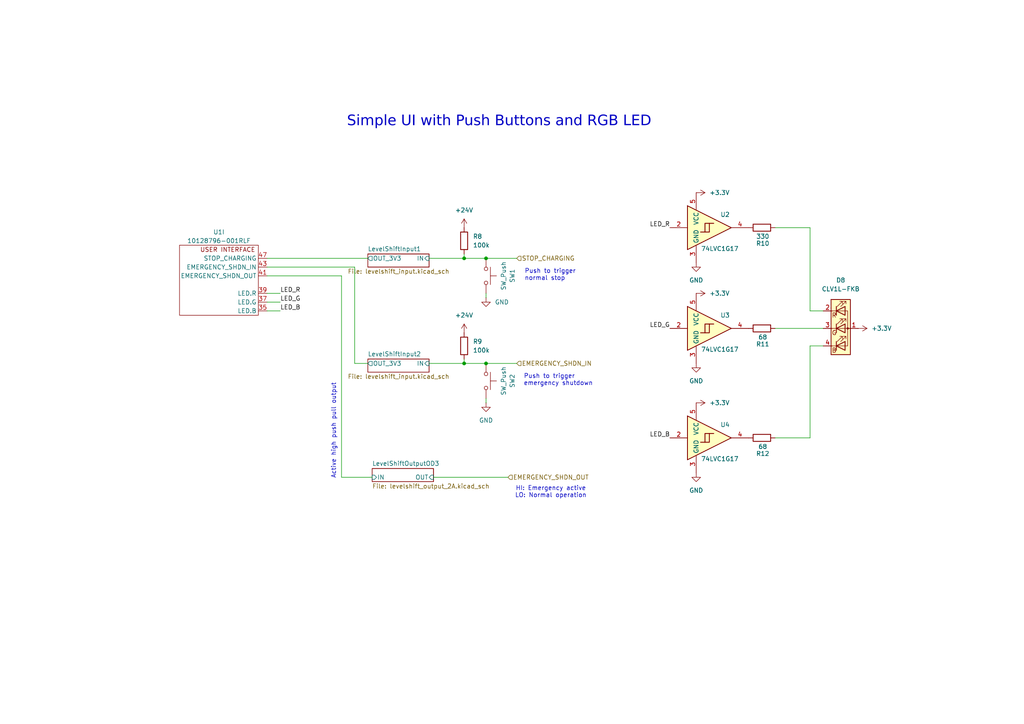
<source format=kicad_sch>
(kicad_sch (version 20250114) (generator "eeschema") (generator_version "9.0")
  (paper "A4")
  (title_block (title "ChargeBridge Eval Board") (date "2025-07-15") (rev "1.1") (company "Pionix GmbH") (comment 1 "Cornelius Claussen / Jonas Rockstroh") (comment 2 "License: CERN-OHL-P"))
  (lib_symbols
    (symbol "cb-eval-lib:74LVC1G17"
      (property "Reference" "U" (at 0 3.81 0))
      (property "Value" "74LVC1G17" (at 0 -3.81 0))
      (symbol "74LVC1G17_0_1"
        (polyline (pts (xy -7.62 6.35) (xy -7.62 -6.35) (xy 5.08 0) (xy -7.62 6.35)) (stroke (width 0.254)) (fill (type background)))
        (polyline (pts (xy -3.81 -1.27) (xy -2.54 -1.27) (xy -2.54 1.27) (xy -1.27 1.27)) (stroke (width 0.254)) (fill (type background)))
        (polyline (pts (xy -2.54 -1.27) (xy -1.27 -1.27) (xy -1.27 1.27) (xy 0 1.27)) (stroke (width 0.254)) (fill (type background)))
      )
      (symbol "74LVC1G17_1_1"
        (pin input line (at -12.7 0 0) (length 5.08) (name "~") (number "2"))
        (pin no_connect line (at -7.62 5.08 180) (length 5.08) (hide yes) (name "NC") (number "1"))
        (pin power_in line (at -5.08 10.16 270) (length 5.08) (name "VCC") (number "5"))
        (pin power_in line (at -5.08 -10.16 90) (length 5.08) (name "GND") (number "3"))
        (pin output line (at 10.16 0 180) (length 5.08) (name "~") (number "4"))
      )
    )
    (symbol "cb-eval-lib:CLV1L-FKB" (pin_names (offset 0) (hide yes))
      (property "Reference" "D" (at 0 9.398 0))
      (property "Value" "CLV1L-FKB" (at 0 -8.89 0))
      (symbol "CLV1L-FKB_0_0"
        (text "R" (at -1.905 3.81 0) (effects (font (size 1.27 1.27))))
        (text "G" (at -1.905 -1.27 0) (effects (font (size 1.27 1.27))))
        (text "B" (at -1.905 -6.35 0) (effects (font (size 1.27 1.27))))
      )
      (symbol "CLV1L-FKB_0_1"
        (polyline (pts (xy -2.54 -5.08) (xy 1.27 -5.08)))
        (polyline (pts (xy -1.27 6.35) (xy -1.27 3.81)) (stroke (width 0.254)))
        (polyline (pts (xy -1.27 1.27) (xy -1.27 -1.27)) (stroke (width 0.254)))
        (polyline (pts (xy -1.27 -3.81) (xy -1.27 -6.35)) (stroke (width 0.254)))
        (polyline (pts (xy -1.016 6.35) (xy 0.508 7.874) (xy -0.254 7.874) (xy 0.508 7.874) (xy 0.508 7.112)))
        (polyline (pts (xy -1.016 1.27) (xy 0.508 2.794) (xy -0.254 2.794) (xy 0.508 2.794) (xy 0.508 2.032)))
        (polyline (pts (xy -1.016 -3.81) (xy 0.508 -2.286) (xy -0.254 -2.286) (xy 0.508 -2.286) (xy 0.508 -3.048)))
        (polyline (pts (xy 0 6.35) (xy 1.524 7.874) (xy 0.762 7.874) (xy 1.524 7.874) (xy 1.524 7.112)))
        (polyline (pts (xy 0 1.27) (xy 1.524 2.794) (xy 0.762 2.794) (xy 1.524 2.794) (xy 1.524 2.032)))
        (polyline (pts (xy 0 -3.81) (xy 1.524 -2.286) (xy 0.762 -2.286) (xy 1.524 -2.286) (xy 1.524 -3.048)))
        (polyline (pts (xy 1.27 6.35) (xy 1.27 3.81) (xy -1.27 5.08) (xy 1.27 6.35)) (stroke (width 0.254)))
        (rectangle (start 1.27 6.35) (end 1.27 6.35))
        (polyline (pts (xy 1.27 5.08) (xy -2.54 5.08)))
        (polyline (pts (xy 1.27 1.27) (xy 1.27 -1.27) (xy -1.27 0) (xy 1.27 1.27)) (stroke (width 0.254)))
        (polyline (pts (xy 1.27 -3.81) (xy 1.27 -6.35) (xy -1.27 -5.08) (xy 1.27 -3.81)) (stroke (width 0.254)))
        (polyline (pts (xy 1.27 -5.08) (xy 2.032 -5.08) (xy 2.032 5.08) (xy 1.27 5.08)))
        (circle (center 2.032 0) (radius 0.254) (fill (type outline)))
        (polyline (pts (xy 2.54 0) (xy -2.54 0)))
        (rectangle (start 2.794 8.382) (end -2.794 -7.62) (stroke (width 0.254)) (fill (type background)))
      )
      (symbol "CLV1L-FKB_1_1"
        (pin passive line (at -5.08 5.08 0) (length 2.54) (name "RK") (number "2"))
        (pin passive line (at -5.08 0 0) (length 2.54) (name "GK") (number "3"))
        (pin passive line (at -5.08 -5.08 0) (length 2.54) (name "BK") (number "4"))
        (pin passive line (at 5.08 0 180) (length 2.54) (name "A") (number "1"))
      )
    )
    (symbol "cb-eval-lib:Pionix-SOM"
      (property "Reference" "U" (at -6.858 -14.732 0))
      (symbol "Pionix-SOM_1_1"
        (rectangle (start -10.16 10.795) (end 7.62 -10.16))
        (text "Charging Cable" (at -2.032 8.89 0) (effects (font (size 1.27 1.27))))
        (pin passive line (at 10.16 6.35 180) (length 2.54) (name "CONNECTOR.PIN0") (number "74"))
        (pin passive line (at 10.16 3.81 180) (length 2.54) (name "CONNECTOR.PIN1") (number "72"))
        (pin passive line (at 10.16 1.27 180) (length 2.54) (name "CONNECTOR.PIN2") (number "70"))
        (pin passive line (at 10.16 -1.27 180) (length 2.54) (name "CONNECTOR.PIN3") (number "68"))
        (pin passive line (at 10.16 -3.81 180) (length 2.54) (name "CONNECTOR.PIN4") (number "66"))
        (pin passive line (at 10.16 -6.35 180) (length 2.54) (name "CONNECTOR.PIN5") (number "62"))
        (pin passive line (at 10.16 -8.89 180) (length 2.54) (name "CONNECTOR.RSVD") (number "60"))
      )
      (symbol "Pionix-SOM_2_1"
        (rectangle (start -10.16 7.62) (end 13.97 -6.35))
        (pin power_in line (at -7.62 -8.89 90) (length 2.54) (name "GND") (number "6"))
        (pin power_in line (at -5.08 10.16 270) (length 2.54) (name "VDD3v3") (number "11"))
        (pin power_in line (at -5.08 -8.89 90) (length 2.54) (name "GND") (number "24"))
        (pin power_in line (at -2.54 10.16 270) (length 2.54) (name "VDD3v3") (number "40"))
        (pin power_in line (at -2.54 -8.89 90) (length 2.54) (name "GND") (number "34"))
        (pin power_in line (at 0 10.16 270) (length 2.54) (name "VDD3v3") (number "46"))
        (pin power_in line (at 0 -8.89 90) (length 2.54) (name "GND") (number "50"))
        (pin power_in line (at 2.54 10.16 270) (length 2.54) (name "VDD3v3") (number "48"))
        (pin power_in line (at 2.54 -8.89 90) (length 2.54) (name "GND") (number "52"))
        (pin power_in line (at 5.08 10.16 270) (length 2.54) (name "VDD3v3") (number "61"))
        (pin power_in line (at 5.08 -8.89 90) (length 2.54) (name "GND") (number "64"))
        (pin power_in line (at 7.62 -8.89 90) (length 2.54) (name "GND") (number "75"))
        (pin passive line (at 10.16 -10.16 90) (length 3.81) (name "SH1") (number "SH1"))
        (pin passive line (at 12.7 -10.16 90) (length 3.81) (name "SH2") (number "SH2"))
      )
      (symbol "Pionix-SOM_3_1"
        (rectangle (start 6.35 11.43) (end -6.35 -11.43))
        (pin bidirectional line (at 8.89 10.16 180) (length 2.54) (name "USER_GPIO0") (number "59"))
        (pin bidirectional line (at 8.89 7.62 180) (length 2.54) (name "USER_GPIO1") (number "57"))
        (pin bidirectional line (at 8.89 5.08 180) (length 2.54) (name "USER_GPIO2") (number "55"))
        (pin bidirectional line (at 8.89 2.54 180) (length 2.54) (name "USER_GPIO3") (number "53"))
        (pin bidirectional line (at 8.89 0 180) (length 2.54) (name "USER_GPIO4") (number "49"))
        (pin bidirectional line (at 8.89 -2.54 180) (length 2.54) (name "USER_GPIO5") (number "51"))
        (pin bidirectional line (at 8.89 -5.08 180) (length 2.54) (name "USER_GPIO6") (number "58"))
        (pin bidirectional line (at 8.89 -7.62 180) (length 2.54) (name "USER_GPIO7") (number "56"))
        (pin bidirectional line (at 8.89 -10.16 180) (length 2.54) (name "USER_GPIO8") (number "54"))
      )
      (symbol "Pionix-SOM_4_1"
        (rectangle (start -6.35 8.89) (end 6.35 -9.525))
        (text "ADC" (at -3.556 7.366 0) (effects (font (size 1.27 1.27))))
        (pin input line (at 8.89 3.81 180) (length 2.54) (name "EXT_ADC0_P") (number "67"))
        (pin input line (at 8.89 1.27 180) (length 2.54) (name "EXT_ADC0_N") (number "69"))
        (pin input line (at 8.89 -2.54 180) (length 2.54) (name "EXT_ADC1") (number "71"))
        (pin input line (at 8.89 -5.08 180) (length 2.54) (name "EXT_ADC2") (number "44"))
        (pin input line (at 8.89 -7.62 180) (length 2.54) (name "EXT_ADC3") (number "73"))
      )
      (symbol "Pionix-SOM_5_1"
        (rectangle (start -10.795 8.89) (end 7.62 -8.255))
        (pin input line (at 10.16 7.62 180) (length 2.54) (name "RESET") (number "42"))
        (pin passive line (at 10.16 5.08 180) (length 2.54) (name "RESERVED/SWCLK") (number "1"))
        (pin passive line (at 10.16 2.54 180) (length 2.54) (name "RESERVED/SWDIO") (number "5"))
        (pin output line (at 10.16 0 180) (length 2.54) (name "UART2_TX") (number "63"))
        (pin input line (at 10.16 -2.54 180) (length 2.54) (name "UART2_RX") (number "65"))
        (pin input line (at 10.16 -6.35 180) (length 2.54) (name "SECURE_MODULE") (number "30"))
      )
      (symbol "Pionix-SOM_6_1"
        (rectangle (start -10.16 13.97) (end 6.35 -14.605))
        (text "Host interface" (at -1.27 12.446 0) (effects (font (size 1.27 1.27))))
        (pin passive line (at 8.89 9.525 180) (length 2.54) (name "USB.D+") (number "7"))
        (pin passive line (at 8.89 6.985 180) (length 2.54) (name "USB.D-") (number "9"))
        (pin passive line (at 8.89 1.905 180) (length 2.54) (name "ETH.RXP") (number "28"))
        (pin passive line (at 8.89 -0.635 180) (length 2.54) (name "ETH.RXN") (number "26"))
        (pin passive line (at 8.89 -4.445 180) (length 2.54) (name "ETH.TXP") (number "22"))
        (pin passive line (at 8.89 -6.985 180) (length 2.54) (name "ETH.TXN") (number "20"))
        (pin output line (at 8.89 -10.795 180) (length 2.54) (name "ETH.LED1") (number "32"))
      )
      (symbol "Pionix-SOM_7_1"
        (rectangle (start -11.43 19.05) (end 10.16 -14.605))
        (text "Downstream Comms" (at -0.508 17.526 0) (effects (font (size 1.27 1.27))))
        (pin bidirectional line (at 12.7 13.97 180) (length 2.54) (name "I3C.SDA") (number "8"))
        (pin output line (at 12.7 11.43 180) (length 2.54) (name "I3C.SCL") (number "10"))
        (pin input line (at 12.7 7.62 180) (length 2.54) (name "RS585_2_RX") (number "33"))
        (pin output line (at 12.7 5.08 180) (length 2.54) (name "RS585_2_TX") (number "31"))
        (pin output line (at 12.7 2.54 180) (length 2.54) (name "RS485_2_TXEN") (number "45"))
        (pin bidirectional line (at 12.7 -2.54 180) (length 2.54) (name "CAN.HI") (number "4"))
        (pin bidirectional line (at 12.7 -5.08 180) (length 2.54) (name "CAN.LO") (number "2"))
        (pin bidirectional line (at 12.7 -10.16 180) (length 2.54) (name "RS485.A") (number "36"))
        (pin bidirectional line (at 12.7 -12.7 180) (length 2.54) (name "RS485.B") (number "38"))
      )
      (symbol "Pionix-SOM_8_1"
        (rectangle (start -10.16 12.7) (end 8.89 -10.795))
        (text "Relays control" (at 0 11.43 0) (effects (font (size 1.27 1.27))))
        (pin output line (at 11.43 8.89 180) (length 2.54) (name "RELAY3") (number "3"))
        (pin input line (at 11.43 6.35 180) (length 2.54) (name "RELAY3_FB") (number "25"))
        (pin output line (at 11.43 1.27 180) (length 2.54) (name "RELAY2") (number "27"))
        (pin input line (at 11.43 -1.27 180) (length 2.54) (name "RELAY2_FB") (number "21"))
        (pin output line (at 11.43 -6.35 180) (length 2.54) (name "RELAY1") (number "29"))
        (pin input line (at 11.43 -8.89 180) (length 2.54) (name "RELAY1_FB") (number "23"))
      )
      (symbol "Pionix-SOM_9_1"
        (rectangle (start 10.16 11.43) (end -12.7 -8.89))
        (text "USER INTERFACE" (at 1.27 10.16 0) (effects (font (size 1.27 1.27))))
        (pin input line (at 12.7 7.62 180) (length 2.54) (name "STOP_CHARGING") (number "47"))
        (pin input line (at 12.7 5.08 180) (length 2.54) (name "EMERGENCY_SHDN_IN") (number "43"))
        (pin output line (at 12.7 2.54 180) (length 2.54) (name "EMERGENCY_SHDN_OUT") (number "41"))
        (pin output line (at 12.7 -2.54 180) (length 2.54) (name "LED.R") (number "39"))
        (pin output line (at 12.7 -5.08 180) (length 2.54) (name "LED.G") (number "37"))
        (pin output line (at 12.7 -7.62 180) (length 2.54) (name "LED.B") (number "35"))
      )
    )
    (symbol "cb-eval-lib:R" (pin_numbers (hide yes)) (pin_names (offset 0))
      (property "Reference" "R" (at 2.032 0 90))
      (property "Value" "R" (at 0 0 90))
      (symbol "R_0_1"
        (rectangle (start -1.016 -2.54) (end 1.016 2.54) (stroke (width 0.254)))
      )
      (symbol "R_1_1"
        (pin passive line (at 0 3.81 270) (length 1.27) (name "~") (number "1"))
        (pin passive line (at 0 -3.81 90) (length 1.27) (name "~") (number "2"))
      )
    )
    (symbol "cb-eval-lib:SW_Push" (pin_numbers (hide yes)) (pin_names (offset 1.016) (hide yes))
      (property "Reference" "SW" (at 1.27 2.54 0))
      (property "Value" "SW_Push" (at 0 -1.524 0))
      (symbol "SW_Push_0_1"
        (circle (center -2.032 0) (radius 0.508))
        (polyline (pts (xy 0 1.27) (xy 0 3.048)))
        (circle (center 2.032 0) (radius 0.508))
        (polyline (pts (xy 2.54 1.27) (xy -2.54 1.27)))
        (pin passive line (at -5.08 0 0) (length 2.54) (name "1") (number "1"))
        (pin passive line (at 5.08 0 180) (length 2.54) (name "2") (number "2"))
      )
    )
    (symbol "power:+24V" (power) (pin_numbers (hide yes)) (pin_names (offset 0) (hide yes))
      (property "Value" "+24V" (at 0 3.556 0))
      (symbol "+24V_0_1"
        (polyline (pts (xy -0.762 1.27) (xy 0 2.54)))
        (polyline (pts (xy 0 2.54) (xy 0.762 1.27)))
        (polyline (pts (xy 0 0) (xy 0 2.54)))
      )
      (symbol "+24V_1_1"
        (pin power_in line (at 0 0 90) (length 0) (name "~") (number "1"))
      )
    )
    (symbol "power:+3.3V" (power) (pin_numbers (hide yes)) (pin_names (offset 0) (hide yes))
      (property "Value" "+3.3V" (at 0 3.556 0))
      (symbol "+3.3V_0_1"
        (polyline (pts (xy -0.762 1.27) (xy 0 2.54)))
        (polyline (pts (xy 0 2.54) (xy 0.762 1.27)))
        (polyline (pts (xy 0 0) (xy 0 2.54)))
      )
      (symbol "+3.3V_1_1"
        (pin power_in line (at 0 0 90) (length 0) (name "~") (number "1"))
      )
    )
    (symbol "power:GND" (power) (pin_numbers (hide yes)) (pin_names (offset 0) (hide yes))
      (property "Value" "GND" (at 0 -3.81 0))
      (symbol "GND_0_1"
        (polyline (pts (xy 0 0) (xy 0 -1.27) (xy 1.27 -1.27) (xy 0 -2.54) (xy -1.27 -1.27) (xy 0 -1.27)))
      )
      (symbol "GND_1_1"
        (pin power_in line (at 0 0 270) (length 0) (name "~") (number "1"))
      )
    )
  )
  (text "Active high push pull output" (at 96.774 124.968 90) (effects (font (size 1.27 1.27))))
  (text "HI: Emergency active\nLO: Normal operation" (at 159.766 142.748 0) (effects (font (size 1.27 1.27))))
  (text "Simple UI with Push Buttons and RGB LED" (at 144.78 36.068 0) (effects (font (size 3 3))))
  (text "Push to trigger\nemergency shutdown" (at 151.892 110.236 0) (effects (font (size 1.27 1.27)) (justify left)))
  (text "Push to trigger\nnormal stop" (at 152.146 79.756 0) (effects (font (size 1.27 1.27)) (justify left)))
  (junction (at 140.97 74.93))
  (junction (at 134.62 105.41))
  (junction (at 140.97 105.41))
  (junction (at 134.62 74.93))
  (wire (pts (xy 134.62 73.66) (xy 134.62 74.93)))
  (wire (pts (xy 102.87 105.41) (xy 106.68 105.41)))
  (wire (pts (xy 81.28 85.09) (xy 77.47 85.09)))
  (wire (pts (xy 77.47 80.01) (xy 99.06 80.01)))
  (wire (pts (xy 102.87 77.47) (xy 102.87 105.41)))
  (wire (pts (xy 224.79 95.25) (xy 238.76 95.25)))
  (wire (pts (xy 77.47 74.93) (xy 106.68 74.93)))
  (wire (pts (xy 134.62 105.41) (xy 140.97 105.41)))
  (wire (pts (xy 124.46 105.41) (xy 134.62 105.41)))
  (wire (pts (xy 224.79 66.04) (xy 234.95 66.04)))
  (wire (pts (xy 99.06 138.43) (xy 107.95 138.43)))
  (wire (pts (xy 224.79 127) (xy 234.95 127)))
  (wire (pts (xy 149.86 105.41) (xy 140.97 105.41)))
  (wire (pts (xy 140.97 74.93) (xy 149.86 74.93)))
  (wire (pts (xy 234.95 66.04) (xy 234.95 90.17)))
  (wire (pts (xy 77.47 77.47) (xy 102.87 77.47)))
  (wire (pts (xy 234.95 100.33) (xy 238.76 100.33)))
  (wire (pts (xy 81.28 87.63) (xy 77.47 87.63)))
  (wire (pts (xy 134.62 74.93) (xy 140.97 74.93)))
  (wire (pts (xy 99.06 80.01) (xy 99.06 138.43)))
  (wire (pts (xy 124.46 74.93) (xy 134.62 74.93)))
  (wire (pts (xy 134.62 104.14) (xy 134.62 105.41)))
  (wire (pts (xy 234.95 127) (xy 234.95 100.33)))
  (wire (pts (xy 81.28 90.17) (xy 77.47 90.17)))
  (wire (pts (xy 234.95 90.17) (xy 238.76 90.17)))
  (wire (pts (xy 140.97 85.09) (xy 140.97 86.36)))
  (wire (pts (xy 140.97 115.57) (xy 140.97 116.84)))
  (wire (pts (xy 125.73 138.43) (xy 147.32 138.43)))
  (label "LED_G" (at 81.28 87.63 0))
  (label "LED_G" (at 194.31 95.25 180))
  (label "LED_B" (at 194.31 127 180))
  (label "LED_R" (at 81.28 85.09 0))
  (label "LED_B" (at 81.28 90.17 0))
  (label "LED_R" (at 194.31 66.04 180))
  (hierarchical_label "EMERGENCY_SHDN_OUT" (shape input) (at 147.32 138.43 0))
  (hierarchical_label "EMERGENCY_SHDN_IN" (shape input) (at 149.86 105.41 0))
  (hierarchical_label "STOP_CHARGING" (shape input) (at 149.86 74.93 0))
  (symbol (lib_id "power:GND") (at 201.93 105.41 0) (unit 1)
    (property "Reference" "#PWR020" (effects (hide yes)))
    (property "Value" "GND" (at 201.93 110.49 0))
    (property "Description" "Power symbol creates a global label with name \"GND\" , ground" (effects (hide yes)))
  )
  (symbol (lib_id "power:GND") (at 140.97 86.36 0) (unit 1)
    (property "Reference" "#PWR015" (effects (hide yes)))
    (property "Value" "GND" (at 143.51 87.6299 0) (effects (justify left)))
    (property "Description" "Power symbol creates a global label with name \"GND\" , ground" (effects (hide yes)))
  )
  (symbol (lib_id "cb-eval-lib:74LVC1G17") (at 207.01 127 0) (unit 1)
    (property "Reference" "U4" (at 210.312 123.19 0))
    (property "Value" "74LVC1G17" (at 208.788 133.096 0))
    (property "Footprint" "Package_TO_SOT_SMD:SOT-353_SC-70-5" (effects (hide yes)))
    (property "Datasheet" "https://www.ti.com/lit/ds/symlink/sn74lvc1g17.pdf" (effects (hide yes)))
    (property "Description" "Single Schmitt Buffer Gate, Low-Voltage CMOS" (effects (hide yes)))
    (property "MPN" "SN74LVC1G17DCKR" (effects (hide yes)))
    (property "Manufacturer" "Texas Instruments" (effects (hide yes)))
    (property "Digikey" "296-11934-1-ND" (effects (hide yes)))
  )
  (symbol (lib_id "cb-eval-lib:CLV1L-FKB") (at 243.84 95.25 0) (unit 1)
    (property "Reference" "D8" (at 243.84 81.28 0))
    (property "Value" "CLV1L-FKB" (at 243.84 83.82 0))
    (property "Footprint" "cb-eval-lib:LED_Cree-PLCC4_3.2x2.8mm_CCW" (effects (hide yes)))
    (property "Datasheet" "http://www.cree.com/led-components/media/documents/CLV1L-FKB-1238.pdf" (effects (hide yes)))
    (property "Description" "Cree PLCC4 3 in 1 SMD LED" (effects (hide yes)))
    (property "Digikey" "90-CLV1L-FKB-CJQRNQEFGBB79353CT-ND" (effects (hide yes)))
    (property "MPN" "CLV1L-FKB-CJQRNQEFGBB79353" (effects (hide yes)))
    (property "Manufacturer" "Cree LED" (effects (hide yes)))
  )
  (symbol (lib_id "cb-eval-lib:R") (at 220.98 95.25 270) (unit 1)
    (property "Reference" "R11" (at 221.234 99.822 90))
    (property "Value" "68" (at 221.234 97.79 90))
    (property "Footprint" "Resistor_SMD:R_0603_1608Metric" (effects (hide yes)))
    (property "Description" "Resistor" (effects (hide yes)))
    (property "Digikey" "RMCF0603FT68R0CT-ND" (effects (hide yes)))
    (property "MPN" "RMCF0603FT68R0" (effects (hide yes)))
    (property "Manufacturer" "Stackpole Electronics Inc" (effects (hide yes)))
  )
  (symbol (lib_id "power:+24V") (at 134.62 96.52 0) (unit 1)
    (property "Reference" "#PWR014" (effects (hide yes)))
    (property "Value" "+24V" (at 134.62 91.44 0))
    (property "Description" "Power symbol creates a global label with name \"+24V\"" (effects (hide yes)))
  )
  (symbol (lib_id "cb-eval-lib:R") (at 220.98 127 270) (unit 1)
    (property "Reference" "R12" (at 221.234 131.572 90))
    (property "Value" "68" (at 221.234 129.54 90))
    (property "Footprint" "Resistor_SMD:R_0603_1608Metric" (effects (hide yes)))
    (property "Description" "Resistor" (effects (hide yes)))
    (property "Digikey" "RMCF0603FT68R0CT-ND" (effects (hide yes)))
    (property "MPN" "RMCF0603FT68R0" (effects (hide yes)))
    (property "Manufacturer" "Stackpole Electronics Inc" (effects (hide yes)))
  )
  (symbol (lib_id "power:GND") (at 140.97 116.84 0) (unit 1)
    (property "Reference" "#PWR016" (effects (hide yes)))
    (property "Value" "GND" (at 140.97 121.92 0))
    (property "Description" "Power symbol creates a global label with name \"GND\" , ground" (effects (hide yes)))
  )
  (symbol (lib_id "power:+3.3V") (at 201.93 116.84 270) (unit 1)
    (property "Reference" "#PWR021" (effects (hide yes)))
    (property "Value" "+3.3V" (at 205.74 116.8399 90) (effects (justify left)))
    (property "Description" "Power symbol creates a global label with name \"+3.3V\"" (effects (hide yes)))
  )
  (symbol (lib_id "cb-eval-lib:R") (at 220.98 66.04 270) (unit 1)
    (property "Reference" "R10" (at 221.234 70.612 90))
    (property "Value" "330" (at 221.234 68.58 90))
    (property "Footprint" "Resistor_SMD:R_0603_1608Metric" (effects (hide yes)))
    (property "Description" "Resistor" (effects (hide yes)))
    (property "Digikey" "RMCF0603FT330RCT-ND" (effects (hide yes)))
    (property "MPN" "RMCF0603FT330R" (effects (hide yes)))
    (property "Manufacturer" "Stackpole Electronics Inc" (effects (hide yes)))
  )
  (symbol (lib_id "power:+24V") (at 134.62 66.04 0) (unit 1)
    (property "Reference" "#PWR013" (effects (hide yes)))
    (property "Value" "+24V" (at 134.62 60.96 0))
    (property "Description" "Power symbol creates a global label with name \"+24V\"" (effects (hide yes)))
  )
  (symbol (lib_id "power:+3.3V") (at 201.93 85.09 270) (unit 1)
    (property "Reference" "#PWR019" (effects (hide yes)))
    (property "Value" "+3.3V" (at 205.74 85.0899 90) (effects (justify left)))
    (property "Description" "Power symbol creates a global label with name \"+3.3V\"" (effects (hide yes)))
  )
  (symbol (lib_id "cb-eval-lib:R") (at 134.62 69.85 0) (unit 1)
    (property "Reference" "R8" (at 137.16 68.5799 0) (effects (justify left)))
    (property "Value" "100k" (at 137.16 71.1199 0) (effects (justify left)))
    (property "Footprint" "Resistor_SMD:R_0603_1608Metric" (effects (hide yes)))
    (property "Description" "Resistor" (effects (hide yes)))
    (property "Digikey" "RMCF0603FT100KCT-ND" (effects (hide yes)))
    (property "MPN" "RMCF0603FT100K" (effects (hide yes)))
    (property "Manufacturer" "Stackpole Electronics Inc" (effects (hide yes)))
  )
  (symbol (lib_id "cb-eval-lib:Pionix-SOM") (at 64.77 82.55 0) (unit 9)
    (property "Reference" "U1" (at 63.5 67.31 0))
    (property "Value" "10128796-001RLF" (at 63.5 69.85 0))
    (property "Footprint" "cb-eval-lib:AMPHENOL_10128796-001RLF_ChargeBridge_Wurth_standoff" (effects (hide yes)))
    (property "Description" "Pionix Charging SOM" (effects (hide yes)))
    (property "MPN" "10128796-001RLF" (effects (hide yes)))
    (property "Manufacturer" "Amphenol ICC (FCI)" (effects (hide yes)))
  )
  (symbol (lib_id "cb-eval-lib:74LVC1G17") (at 207.01 95.25 0) (unit 1)
    (property "Reference" "U3" (at 210.312 91.44 0))
    (property "Value" "74LVC1G17" (at 208.788 101.346 0))
    (property "Footprint" "Package_TO_SOT_SMD:SOT-353_SC-70-5" (effects (hide yes)))
    (property "Datasheet" "https://www.ti.com/lit/ds/symlink/sn74lvc1g17.pdf" (effects (hide yes)))
    (property "Description" "Single Schmitt Buffer Gate, Low-Voltage CMOS" (effects (hide yes)))
    (property "MPN" "SN74LVC1G17DCKR" (effects (hide yes)))
    (property "Manufacturer" "Texas Instruments" (effects (hide yes)))
    (property "Digikey" "296-11934-1-ND" (effects (hide yes)))
  )
  (symbol (lib_id "cb-eval-lib:74LVC1G17") (at 207.01 66.04 0) (unit 1)
    (property "Reference" "U2" (at 210.312 62.23 0))
    (property "Value" "74LVC1G17" (at 208.788 72.136 0))
    (property "Footprint" "Package_TO_SOT_SMD:SOT-353_SC-70-5" (effects (hide yes)))
    (property "Datasheet" "https://www.ti.com/lit/ds/symlink/sn74lvc1g17.pdf" (effects (hide yes)))
    (property "Description" "Single Schmitt Buffer Gate, Low-Voltage CMOS" (effects (hide yes)))
    (property "MPN" "SN74LVC1G17DCKR" (effects (hide yes)))
    (property "Manufacturer" "Texas Instruments" (effects (hide yes)))
    (property "Digikey" "296-11934-1-ND" (effects (hide yes)))
  )
  (symbol (lib_id "power:GND") (at 201.93 137.16 0) (unit 1)
    (property "Reference" "#PWR022" (effects (hide yes)))
    (property "Value" "GND" (at 201.93 142.24 0))
    (property "Description" "Power symbol creates a global label with name \"GND\" , ground" (effects (hide yes)))
  )
  (symbol (lib_id "power:+3.3V") (at 201.93 55.88 270) (unit 1)
    (property "Reference" "#PWR017" (effects (hide yes)))
    (property "Value" "+3.3V" (at 205.74 55.8799 90) (effects (justify left)))
    (property "Description" "Power symbol creates a global label with name \"+3.3V\"" (effects (hide yes)))
  )
  (symbol (lib_id "cb-eval-lib:SW_Push") (at 140.97 80.01 270) (unit 1)
    (property "Reference" "SW1" (at 148.59 80.01 0))
    (property "Value" "SW_Push" (at 146.05 80.01 0))
    (property "Footprint" "cb-eval-lib:SW_TS02-66-70-BK-160-LCR-D" (effects (hide yes)))
    (property "Description" "Push button switch, generic, two pins" (effects (hide yes)))
    (property "Digikey" "2223-TS02-66-70-BK-160-LCR-D-ND" (effects (hide yes)))
    (property "MPN" "TS02-66-70-BK-160-LCR-D" (effects (hide yes)))
    (property "Manufacturer" "Same Sky (Formerly CUI Devices)" (effects (hide yes)))
  )
  (symbol (lib_id "power:+3.3V") (at 248.92 95.25 270) (unit 1)
    (property "Reference" "#PWR023" (effects (hide yes)))
    (property "Value" "+3.3V" (at 252.73 95.2499 90) (effects (justify left)))
    (property "Description" "Power symbol creates a global label with name \"+3.3V\"" (effects (hide yes)))
  )
  (symbol (lib_id "power:GND") (at 201.93 76.2 0) (unit 1)
    (property "Reference" "#PWR018" (effects (hide yes)))
    (property "Value" "GND" (at 201.93 81.28 0))
    (property "Description" "Power symbol creates a global label with name \"GND\" , ground" (effects (hide yes)))
  )
  (symbol (lib_id "cb-eval-lib:SW_Push") (at 140.97 110.49 270) (unit 1)
    (property "Reference" "SW2" (at 148.59 110.49 0))
    (property "Value" "SW_Push" (at 146.05 110.49 0))
    (property "Footprint" "cb-eval-lib:SW_TS02-66-70-BK-160-LCR-D" (effects (hide yes)))
    (property "Description" "Push button switch, generic, two pins" (effects (hide yes)))
    (property "Digikey" "2223-TS02-66-70-BK-160-LCR-D-ND" (effects (hide yes)))
    (property "MPN" "TS02-66-70-BK-160-LCR-D" (effects (hide yes)))
    (property "Manufacturer" "Same Sky (Formerly CUI Devices)" (effects (hide yes)))
  )
  (symbol (lib_id "cb-eval-lib:R") (at 134.62 100.33 0) (unit 1)
    (property "Reference" "R9" (at 137.16 99.0599 0) (effects (justify left)))
    (property "Value" "100k" (at 137.16 101.5999 0) (effects (justify left)))
    (property "Footprint" "Resistor_SMD:R_0603_1608Metric" (effects (hide yes)))
    (property "Description" "Resistor" (effects (hide yes)))
    (property "Digikey" "RMCF0603FT100KCT-ND" (effects (hide yes)))
    (property "MPN" "RMCF0603FT100K" (effects (hide yes)))
    (property "Manufacturer" "Stackpole Electronics Inc" (effects (hide yes)))
  )
  (sheet (at 106.68 73.66) (size 17.78 3.81) (stroke (width 0.1524))
    (property "Sheetname" "LevelShiftInput1" (at 106.68 72.9484 0) (effects (justify left bottom)))
    (property "Sheetfile" "levelshift_input.kicad_sch" (at 100.838 77.978 0) (effects (justify left top)))
    (pin "OUT_3V3" output (at 106.68 74.93 180))
    (pin "IN" input (at 124.46 74.93 0))
  )
  (sheet (at 106.68 104.14) (size 17.78 3.81) (stroke (width 0.1524))
    (property "Sheetname" "LevelShiftInput2" (at 106.68 103.4284 0) (effects (justify left bottom)))
    (property "Sheetfile" "levelshift_input.kicad_sch" (at 100.838 108.458 0) (effects (justify left top)))
    (pin "OUT_3V3" output (at 106.68 105.41 180))
    (pin "IN" input (at 124.46 105.41 0))
  )
  (sheet (at 107.95 135.89) (size 17.78 3.81) (stroke (width 0.1524))
    (property "Sheetname" "LevelShiftOutputOD3" (at 107.95 135.1784 0) (effects (justify left bottom)))
    (property "Sheetfile" "levelshift_output_2A.kicad_sch" (at 107.95 140.2846 0) (effects (justify left top)))
    (pin "IN" input (at 107.95 138.43 180))
    (pin "OUT" input (at 125.73 138.43 0))
  )
)
</source>
